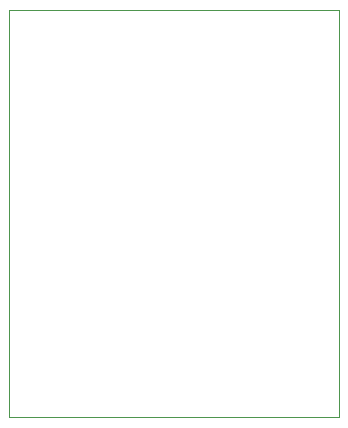
<source format=gm1>
%TF.GenerationSoftware,KiCad,Pcbnew,(5.1.12)-1*%
%TF.CreationDate,2022-08-18T11:38:46-07:00*%
%TF.ProjectId,HighPressureSensorArray,48696768-5072-4657-9373-75726553656e,rev?*%
%TF.SameCoordinates,Original*%
%TF.FileFunction,Profile,NP*%
%FSLAX46Y46*%
G04 Gerber Fmt 4.6, Leading zero omitted, Abs format (unit mm)*
G04 Created by KiCad (PCBNEW (5.1.12)-1) date 2022-08-18 11:38:46*
%MOMM*%
%LPD*%
G01*
G04 APERTURE LIST*
%TA.AperFunction,Profile*%
%ADD10C,0.050000*%
%TD*%
G04 APERTURE END LIST*
D10*
X89500000Y-83500000D02*
X117500000Y-83500000D01*
X89500000Y-49000000D02*
X89500000Y-83500000D01*
X117500000Y-49000000D02*
X89500000Y-49000000D01*
X117500000Y-83500000D02*
X117500000Y-49000000D01*
M02*

</source>
